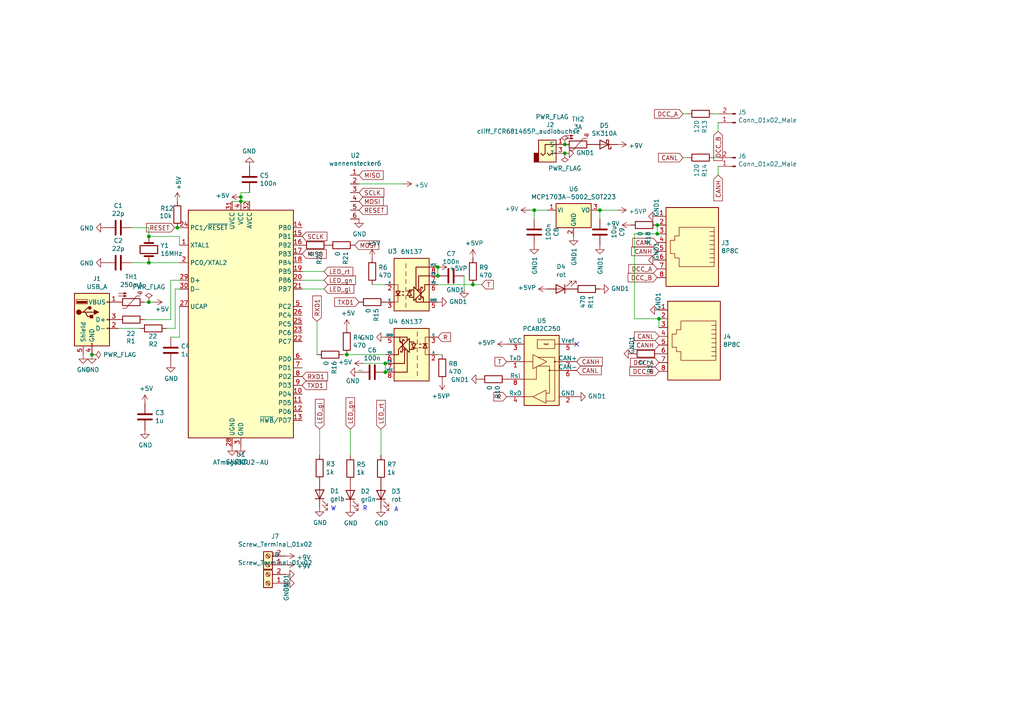
<source format=kicad_sch>
(kicad_sch (version 20211123) (generator eeschema)
  (paper "A4")
  (lib_symbols
    (symbol "Connector:Conn_01x02_Male" (pin_names (offset 1.016) hide)
      (property "Reference" "J" (at 0 2.54 0))
      (property "Value" "Conn_01x02_Male" (at 0 -5.08 0))
      (symbol "Conn_01x02_Male_1_1"
        (polyline (pts (xy 1.27 -2.54) (xy 0.8636 -2.54)) (stroke (width 0.1524)))
        (polyline (pts (xy 1.27 0) (xy 0.8636 0)) (stroke (width 0.1524)))
        (rectangle (start 0.8636 -2.413) (end 0 -2.667) (stroke (width 0.1524)) (fill (type outline)))
        (rectangle (start 0.8636 0.127) (end 0 -0.127) (stroke (width 0.1524)) (fill (type outline)))
        (pin passive line (at 5.08 0 180) (length 3.81) (name "Pin_1") (number "1"))
        (pin passive line (at 5.08 -2.54 180) (length 3.81) (name "Pin_2") (number "2"))
      )
    )
    (symbol "Connector:Screw_Terminal_01x02" (pin_names (offset 1.016) hide)
      (property "Reference" "J" (at 0 2.54 0))
      (property "Value" "Screw_Terminal_01x02" (at 0 -5.08 0))
      (symbol "Screw_Terminal_01x02_1_1"
        (rectangle (start -1.27 1.27) (end 1.27 -3.81) (stroke (width 0.254)) (fill (type background)))
        (circle (center 0 -2.54) (radius 0.635) (stroke (width 0.1524)))
        (polyline (pts (xy -0.5334 -2.2098) (xy 0.3302 -3.048)) (stroke (width 0.1524)))
        (polyline (pts (xy -0.5334 0.3302) (xy 0.3302 -0.508)) (stroke (width 0.1524)))
        (polyline (pts (xy -0.3556 -2.032) (xy 0.508 -2.8702)) (stroke (width 0.1524)))
        (polyline (pts (xy -0.3556 0.508) (xy 0.508 -0.3302)) (stroke (width 0.1524)))
        (circle (center 0 0) (radius 0.635) (stroke (width 0.1524)))
        (pin passive line (at -5.08 0 0) (length 3.81) (name "Pin_1") (number "1"))
        (pin passive line (at -5.08 -2.54 0) (length 3.81) (name "Pin_2") (number "2"))
      )
    )
    (symbol "Device:C" (pin_numbers hide) (pin_names (offset 0.254))
      (property "Reference" "C" (at 0.635 2.54 0))
      (property "Value" "C" (at 0.635 -2.54 0))
      (symbol "C_0_1"
        (polyline (pts (xy -2.032 -0.762) (xy 2.032 -0.762)) (stroke (width 0.508)))
        (polyline (pts (xy -2.032 0.762) (xy 2.032 0.762)) (stroke (width 0.508)))
      )
      (symbol "C_1_1"
        (pin passive line (at 0 3.81 270) (length 2.794) (name "~") (number "1"))
        (pin passive line (at 0 -3.81 90) (length 2.794) (name "~") (number "2"))
      )
    )
    (symbol "Device:Crystal" (pin_numbers hide) (pin_names (offset 1.016) hide)
      (property "Reference" "Y" (at 0 3.81 0))
      (property "Value" "Crystal" (at 0 -3.81 0))
      (symbol "Crystal_0_1"
        (rectangle (start -1.143 2.54) (end 1.143 -2.54) (stroke (width 0.3048)))
        (polyline (pts (xy -2.54 0) (xy -1.905 0)))
        (polyline (pts (xy -1.905 -1.27) (xy -1.905 1.27)) (stroke (width 0.508)))
        (polyline (pts (xy 1.905 -1.27) (xy 1.905 1.27)) (stroke (width 0.508)))
        (polyline (pts (xy 2.54 0) (xy 1.905 0)))
      )
      (symbol "Crystal_1_1"
        (pin passive line (at -3.81 0 0) (length 1.27) (name "1") (number "1"))
        (pin passive line (at 3.81 0 180) (length 1.27) (name "2") (number "2"))
      )
    )
    (symbol "Device:D_Schottky" (pin_numbers hide) (pin_names (offset 1.016) hide)
      (property "Reference" "D" (at 0 2.54 0))
      (property "Value" "D_Schottky" (at 0 -2.54 0))
      (symbol "D_Schottky_0_1"
        (polyline (pts (xy 1.27 0) (xy -1.27 0)))
        (polyline (pts (xy 1.27 1.27) (xy 1.27 -1.27) (xy -1.27 0) (xy 1.27 1.27)) (stroke (width 0.254)))
        (polyline (pts (xy -1.905 0.635) (xy -1.905 1.27) (xy -1.27 1.27) (xy -1.27 -1.27) (xy -0.635 -1.27) (xy -0.635 -0.635)) (stroke (width 0.254)))
      )
      (symbol "D_Schottky_1_1"
        (pin passive line (at -3.81 0 0) (length 2.54) (name "K") (number "1"))
        (pin passive line (at 3.81 0 180) (length 2.54) (name "A") (number "2"))
      )
    )
    (symbol "Device:LED" (pin_numbers hide) (pin_names (offset 1.016) hide)
      (property "Reference" "D" (at 0 2.54 0))
      (property "Value" "LED" (at 0 -2.54 0))
      (symbol "LED_0_1"
        (polyline (pts (xy -1.27 -1.27) (xy -1.27 1.27)) (stroke (width 0.254)))
        (polyline (pts (xy -1.27 0) (xy 1.27 0)))
        (polyline (pts (xy 1.27 -1.27) (xy 1.27 1.27) (xy -1.27 0) (xy 1.27 -1.27)) (stroke (width 0.254)))
        (polyline (pts (xy -3.048 -0.762) (xy -4.572 -2.286) (xy -3.81 -2.286) (xy -4.572 -2.286) (xy -4.572 -1.524)))
        (polyline (pts (xy -1.778 -0.762) (xy -3.302 -2.286) (xy -2.54 -2.286) (xy -3.302 -2.286) (xy -3.302 -1.524)))
      )
      (symbol "LED_1_1"
        (pin passive line (at -3.81 0 0) (length 2.54) (name "K") (number "1"))
        (pin passive line (at 3.81 0 180) (length 2.54) (name "A") (number "2"))
      )
    )
    (symbol "Device:R" (pin_numbers hide) (pin_names (offset 0))
      (property "Reference" "R" (at 2.032 0 90))
      (property "Value" "R" (at 0 0 90))
      (symbol "R_0_1"
        (rectangle (start -1.016 -2.54) (end 1.016 2.54) (stroke (width 0.254)))
      )
      (symbol "R_1_1"
        (pin passive line (at 0 3.81 270) (length 1.27) (name "~") (number "1"))
        (pin passive line (at 0 -3.81 90) (length 1.27) (name "~") (number "2"))
      )
    )
    (symbol "Device:Thermistor_PTC" (pin_numbers hide) (pin_names (offset 0))
      (property "Reference" "TH" (at -4.064 0 90))
      (property "Value" "Thermistor_PTC" (at 3.048 0 90))
      (symbol "Thermistor_PTC_0_1"
        (arc (start -3.048 2.159) (mid -3.0495 2.3143) (end -3.175 2.413))
        (arc (start -3.048 2.159) (mid -2.9736 1.9794) (end -2.794 1.905))
        (arc (start -3.048 2.794) (mid -2.9736 2.6144) (end -2.794 2.54))
        (arc (start -2.794 1.905) (mid -2.6144 1.9794) (end -2.54 2.159))
        (arc (start -2.794 2.54) (mid -2.4393 2.5587) (end -2.159 2.794))
        (arc (start -2.794 3.048) (mid -2.9736 2.9736) (end -3.048 2.794))
        (arc (start -2.54 2.794) (mid -2.6144 2.9736) (end -2.794 3.048))
        (rectangle (start -1.016 2.54) (end 1.016 -2.54) (stroke (width 0.254)))
        (polyline (pts (xy -2.54 2.159) (xy -2.54 2.794)))
        (polyline (pts (xy -1.778 2.54) (xy -1.778 1.524) (xy 1.778 -1.524) (xy 1.778 -2.54)))
        (polyline (pts (xy -2.54 -3.683) (xy -2.54 -1.397) (xy -2.794 -2.159) (xy -2.286 -2.159) (xy -2.54 -1.397) (xy -2.54 -1.651)) (fill (type outline)))
        (polyline (pts (xy -1.778 -3.683) (xy -1.778 -1.397) (xy -2.032 -2.159) (xy -1.524 -2.159) (xy -1.778 -1.397) (xy -1.778 -1.651)) (fill (type outline)))
      )
      (symbol "Thermistor_PTC_1_1"
        (pin passive line (at 0 3.81 270) (length 1.27) (name "~") (number "1"))
        (pin passive line (at 0 -3.81 90) (length 1.27) (name "~") (number "2"))
      )
    )
    (symbol "Interface_CAN_LIN:PCA82C251" (pin_names (offset 0))
      (property "Reference" "U" (at -5.08 13.97 0))
      (property "Value" "PCA82C251" (at -5.08 11.43 0))
      (symbol "PCA82C251_0_1"
        (rectangle (start -5.08 10.16) (end 5.08 -10.16) (stroke (width 0.254)) (fill (type background)))
        (polyline (pts (xy -2.54 -7.62) (xy -5.08 -7.62)))
        (polyline (pts (xy -2.54 2.54) (xy -5.08 2.54)))
        (polyline (pts (xy 2.286 0) (xy 5.08 0)))
        (polyline (pts (xy 3.81 2.54) (xy 5.08 2.54)))
        (polyline (pts (xy 3.81 7.62) (xy 5.08 7.62)))
        (polyline (pts (xy -5.08 -2.54) (xy -1.524 -2.54) (xy -1.524 1.016)))
        (polyline (pts (xy -2.54 -7.62) (xy 1.27 -5.715) (xy 1.27 -9.525) (xy -2.54 -7.62)))
        (polyline (pts (xy -2.54 4.572) (xy -2.54 0.508) (xy 1.524 2.54) (xy -2.54 4.572)))
        (polyline (pts (xy -1.016 1.27) (xy 2.286 1.27) (xy 2.286 -6.604) (xy 1.27 -6.604)))
        (polyline (pts (xy -1.016 3.81) (xy 3.81 3.81) (xy 3.81 -8.89) (xy 1.27 -8.89)))
        (polyline (pts (xy -1.27 8.89) (xy -1.27 6.35) (xy 3.81 6.35) (xy 3.81 8.89) (xy -1.27 8.89)))
        (circle (center 2.286 0) (radius 0.127) (stroke (width 0.254)))
        (circle (center 3.81 2.54) (radius 0.127) (stroke (width 0.254)))
        (text "Volt" (at 1.27 7.62 0) (effects (font (size 0.508 0.508) bold)))
      )
      (symbol "PCA82C251_1_1"
        (pin input line (at -10.16 2.54 0) (length 5.08) (name "TxD") (number "1"))
        (pin power_in line (at 10.16 -7.62 180) (length 5.08) (name "GND") (number "2"))
        (pin power_in line (at -10.16 7.62 0) (length 5.08) (name "VCC") (number "3"))
        (pin output line (at -10.16 -7.62 0) (length 5.08) (name "RxD") (number "4"))
        (pin output line (at 10.16 7.62 180) (length 5.08) (name "Vref") (number "5"))
        (pin bidirectional line (at 10.16 0 180) (length 5.08) (name "CAN-") (number "6"))
        (pin bidirectional line (at 10.16 2.54 180) (length 5.08) (name "CAN+") (number "7"))
        (pin input line (at -10.16 -2.54 0) (length 5.08) (name "Rsl") (number "8"))
      )
    )
    (symbol "Isolator:6N137" (pin_names (offset 0))
      (property "Reference" "U" (at -4.064 8.89 0))
      (property "Value" "6N137" (at 0 -8.89 0))
      (symbol "6N137_0_1"
        (polyline (pts (xy 2.667 -3.556) (xy 2.667 -1.651)) (stroke (width 0.254)))
        (polyline (pts (xy 2.667 -2.159) (xy 2.667 -2.921)) (stroke (width 0.254)))
        (polyline (pts (xy 3.429 -3.937) (xy 3.429 -5.08)) (stroke (width 0.254)))
        (polyline (pts (xy -0.635 -3.302) (xy -0.635 -3.683) (xy 0.635 -3.683)) (stroke (width 0.254)))
        (polyline (pts (xy -0.635 -1.905) (xy -0.635 -1.524) (xy 0.508 -1.524)) (stroke (width 0.254)))
        (polyline (pts (xy 1.27 -4.064) (xy 1.27 -5.08) (xy 5.08 -5.08)) (stroke (width 0.254)))
        (polyline (pts (xy 1.27 -1.27) (xy 1.27 5.08) (xy 5.08 5.08)) (stroke (width 0.254)))
        (polyline (pts (xy 2.032 -1.27) (xy 2.032 2.54) (xy 5.08 2.54)) (stroke (width 0.254)))
        (polyline (pts (xy -5.08 -5.08) (xy -3.937 -5.08) (xy -3.937 0) (xy -5.08 0)))
        (polyline (pts (xy 2.667 -3.302) (xy 2.667 -4.318) (xy 2.159 -4.318) (xy 2.159 -3.937)) (stroke (width 0.254)))
        (polyline (pts (xy 2.667 -2.667) (xy 0.635 -4.699) (xy 0.635 -0.635) (xy 2.667 -2.667)) (stroke (width 0.254)))
        (polyline (pts (xy 2.667 -1.778) (xy 2.667 -0.762) (xy 3.175 -0.762) (xy 3.175 -1.143)) (stroke (width 0.254)))
        (polyline (pts (xy 2.794 -2.54) (xy 3.81 -1.524) (xy 3.81 0) (xy 5.08 0)) (stroke (width 0.254)))
        (polyline (pts (xy 2.667 -3.175) (xy 3.429 -3.937) (xy 3.302 -3.556) (xy 3.048 -3.81) (xy 3.429 -3.937)) (stroke (width 0.254)))
        (circle (center 2.032 -1.524) (radius 0.254) (stroke (width 0.254)))
      )
      (symbol "6N137_1_1"
        (rectangle (start -5.08 7.62) (end 5.08 -7.62) (stroke (width 0.254)) (fill (type background)))
        (polyline (pts (xy -4.572 -3.175) (xy -3.302 -3.175)) (stroke (width 0.254)))
        (polyline (pts (xy -1.651 -5.334) (xy -1.651 -6.604)))
        (polyline (pts (xy -1.651 -3.048) (xy -1.651 -4.318)))
        (polyline (pts (xy -1.651 -0.762) (xy -1.651 -2.032)))
        (polyline (pts (xy -1.651 1.524) (xy -1.651 0.254)))
        (polyline (pts (xy -1.651 3.81) (xy -1.651 2.54)))
        (polyline (pts (xy -1.651 6.096) (xy -1.651 4.826)))
        (polyline (pts (xy -1.27 -1.905) (xy 0 -1.905)) (stroke (width 0.254)))
        (polyline (pts (xy -3.937 -3.175) (xy -4.572 -1.905) (xy -3.302 -1.905) (xy -3.937 -3.175)) (stroke (width 0.254)))
        (polyline (pts (xy -0.635 -1.905) (xy -1.27 -3.175) (xy 0 -3.175) (xy -0.635 -1.905)) (stroke (width 0.254)))
        (polyline (pts (xy -2.921 -3.048) (xy -2.159 -3.048) (xy -2.54 -3.175) (xy -2.54 -2.921) (xy -2.159 -3.048)) (stroke (width 0.127)))
        (polyline (pts (xy -2.921 -2.032) (xy -2.159 -2.032) (xy -2.54 -2.159) (xy -2.54 -1.905) (xy -2.159 -2.032)) (stroke (width 0.127)))
        (pin no_connect line (at -5.08 5.08 0) (length 2.54) hide (name "NC") (number "1"))
        (pin passive line (at -7.62 0 0) (length 2.54) (name "A") (number "2"))
        (pin passive line (at -7.62 -5.08 0) (length 2.54) (name "C") (number "3"))
        (pin power_in line (at 7.62 -5.08 180) (length 2.54) (name "GND") (number "5"))
        (pin open_collector line (at 7.62 0 180) (length 2.54) (name "VO") (number "6"))
        (pin input line (at 7.62 2.54 180) (length 2.54) (name "EN") (number "7"))
        (pin power_in line (at 7.62 5.08 180) (length 2.54) (name "VCC") (number "8"))
      )
    )
    (symbol "Regulator_Linear:MCP1703A-5002_SOT223" (pin_names (offset 0.254))
      (property "Reference" "U" (at -3.81 3.175 0))
      (property "Value" "MCP1703A-5002_SOT223" (at 0 3.175 0))
      (symbol "MCP1703A-5002_SOT223_0_1"
        (rectangle (start -5.08 -5.08) (end 5.08 1.905) (stroke (width 0.254)) (fill (type background)))
      )
      (symbol "MCP1703A-5002_SOT223_1_1"
        (pin power_in line (at -7.62 0 0) (length 2.54) (name "VI") (number "1"))
        (pin power_in line (at 0 -7.62 90) (length 2.54) (name "GND") (number "2"))
        (pin power_out line (at 7.62 0 180) (length 2.54) (name "VO") (number "3"))
      )
    )
    (symbol "power:+5V" (power) (pin_names (offset 0))
      (property "Value" "+5V" (at 0 3.556 0))
      (symbol "+5V_0_1"
        (polyline (pts (xy -0.762 1.27) (xy 0 2.54)))
        (polyline (pts (xy 0 0) (xy 0 2.54)))
        (polyline (pts (xy 0 2.54) (xy 0.762 1.27)))
      )
      (symbol "+5V_1_1"
        (pin power_in line (at 0 0 90) (length 0) hide (name "+5V") (number "1"))
      )
    )
    (symbol "power:+5VP" (power) (pin_names (offset 0))
      (property "Value" "+5VP" (at 0 3.556 0))
      (symbol "+5VP_0_1"
        (polyline (pts (xy -0.762 1.27) (xy 0 2.54)))
        (polyline (pts (xy 0 0) (xy 0 2.54)))
        (polyline (pts (xy 0 2.54) (xy 0.762 1.27)))
      )
      (symbol "+5VP_1_1"
        (pin power_in line (at 0 0 90) (length 0) hide (name "+5VP") (number "1"))
      )
    )
    (symbol "power:+9V" (power) (pin_names (offset 0))
      (property "Value" "+9V" (at 0 3.556 0))
      (symbol "+9V_0_1"
        (polyline (pts (xy -0.762 1.27) (xy 0 2.54)))
        (polyline (pts (xy 0 0) (xy 0 2.54)))
        (polyline (pts (xy 0 2.54) (xy 0.762 1.27)))
      )
      (symbol "+9V_1_1"
        (pin power_in line (at 0 0 90) (length 0) hide (name "+9V") (number "1"))
      )
    )
    (symbol "power:GND" (power) (pin_names (offset 0))
      (property "Value" "GND" (at 0 -3.81 0))
      (symbol "GND_0_1"
        (polyline (pts (xy 0 0) (xy 0 -1.27) (xy 1.27 -1.27) (xy 0 -2.54) (xy -1.27 -1.27) (xy 0 -1.27)))
      )
      (symbol "GND_1_1"
        (pin power_in line (at 0 0 270) (length 0) hide (name "GND") (number "1"))
      )
    )
    (symbol "power:GND1" (power) (pin_names (offset 0))
      (property "Value" "GND1" (at 0 -3.81 0))
      (symbol "GND1_0_1"
        (polyline (pts (xy 0 0) (xy 0 -1.27) (xy 1.27 -1.27) (xy 0 -2.54) (xy -1.27 -1.27) (xy 0 -1.27)))
      )
      (symbol "GND1_1_1"
        (pin power_in line (at 0 0 270) (length 0) hide (name "GND1") (number "1"))
      )
    )
    (symbol "power:PWR_FLAG" (power) (pin_numbers hide) (pin_names (offset 0) hide)
      (property "Value" "PWR_FLAG" (at 0 3.81 0))
      (symbol "PWR_FLAG_0_0"
        (pin power_out line (at 0 0 90) (length 0) (name "pwr") (number "1"))
      )
      (symbol "PWR_FLAG_0_1"
        (polyline (pts (xy 0 0) (xy 0 1.27) (xy -1.016 1.905) (xy 0 2.54) (xy 1.016 1.905) (xy 0 1.27)))
      )
    )
    (symbol "sboxnet2usb-rescue:ATmega32U2-AU-MCU_Microchip_ATmega"
      (property "Reference" "U" (at -15.24 34.29 0))
      (property "Value" "ATmega32U2-AU-MCU_Microchip_ATmega" (at 2.54 -34.29 0))
      (symbol "ATmega32U2-AU-MCU_Microchip_ATmega_0_1"
        (rectangle (start -15.24 -33.02) (end 15.24 33.02) (stroke (width 0.254)) (fill (type background)))
      )
      (symbol "ATmega32U2-AU-MCU_Microchip_ATmega_1_1"
        (pin input line (at -17.78 22.86 0) (length 2.54) (name "XTAL1") (number "1"))
        (pin bidirectional line (at 17.78 -20.32 180) (length 2.54) (name "PD4") (number "10"))
        (pin bidirectional line (at 17.78 -22.86 180) (length 2.54) (name "PD5") (number "11"))
        (pin bidirectional line (at 17.78 -25.4 180) (length 2.54) (name "PD6") (number "12"))
        (pin bidirectional line (at 17.78 -27.94 180) (length 2.54) (name "~{HWB}/PD7") (number "13"))
        (pin bidirectional line (at 17.78 27.94 180) (length 2.54) (name "PB0") (number "14"))
        (pin bidirectional line (at 17.78 25.4 180) (length 2.54) (name "PB1") (number "15"))
        (pin bidirectional line (at 17.78 22.86 180) (length 2.54) (name "PB2") (number "16"))
        (pin bidirectional line (at 17.78 20.32 180) (length 2.54) (name "PB3") (number "17"))
        (pin bidirectional line (at 17.78 17.78 180) (length 2.54) (name "PB4") (number "18"))
        (pin bidirectional line (at 17.78 15.24 180) (length 2.54) (name "PB5") (number "19"))
        (pin bidirectional line (at -17.78 17.78 0) (length 2.54) (name "PC0/XTAL2") (number "2"))
        (pin bidirectional line (at 17.78 12.7 180) (length 2.54) (name "PB6") (number "20"))
        (pin bidirectional line (at 17.78 10.16 180) (length 2.54) (name "PB7") (number "21"))
        (pin bidirectional line (at 17.78 -5.08 180) (length 2.54) (name "PC7") (number "22"))
        (pin bidirectional line (at 17.78 -2.54 180) (length 2.54) (name "PC6") (number "23"))
        (pin bidirectional line (at -17.78 27.94 0) (length 2.54) (name "PC1/~{RESET}") (number "24"))
        (pin bidirectional line (at 17.78 0 180) (length 2.54) (name "PC5") (number "25"))
        (pin bidirectional line (at 17.78 2.54 180) (length 2.54) (name "PC4") (number "26"))
        (pin passive line (at -17.78 5.08 0) (length 2.54) (name "UCAP") (number "27"))
        (pin power_in line (at -2.54 -35.56 90) (length 2.54) (name "UGND") (number "28"))
        (pin bidirectional line (at -17.78 12.7 0) (length 2.54) (name "D+") (number "29"))
        (pin power_in line (at 0 -35.56 90) (length 2.54) (name "GND") (number "3"))
        (pin bidirectional line (at -17.78 10.16 0) (length 2.54) (name "D-") (number "30"))
        (pin power_in line (at -2.54 35.56 270) (length 2.54) (name "UVCC") (number "31"))
        (pin power_in line (at 2.54 35.56 270) (length 2.54) (name "AVCC") (number "32"))
        (pin power_in line (at 0 35.56 270) (length 2.54) (name "VCC") (number "4"))
        (pin bidirectional line (at 17.78 5.08 180) (length 2.54) (name "PC2") (number "5"))
        (pin bidirectional line (at 17.78 -10.16 180) (length 2.54) (name "PD0") (number "6"))
        (pin bidirectional line (at 17.78 -12.7 180) (length 2.54) (name "PD1") (number "7"))
        (pin bidirectional line (at 17.78 -15.24 180) (length 2.54) (name "PD2") (number "8"))
        (pin bidirectional line (at 17.78 -17.78 180) (length 2.54) (name "PD3") (number "9"))
      )
    )
    (symbol "sboxnet2usb-rescue:USB_A-Connector" (pin_names (offset 1.016))
      (property "Reference" "J" (at -5.08 11.43 0))
      (property "Value" "USB_A-Connector" (at -5.08 8.89 0))
      (symbol "USB_A-Connector_0_1"
        (rectangle (start -5.08 -7.62) (end 5.08 7.62) (stroke (width 0.254)) (fill (type background)))
        (circle (center -3.81 2.159) (radius 0.635) (stroke (width 0.254)) (fill (type outline)))
        (rectangle (start -1.524 4.826) (end -4.318 5.334) (fill (type outline)))
        (rectangle (start -1.27 4.572) (end -4.572 5.842))
        (circle (center -0.635 3.429) (radius 0.381) (stroke (width 0.254)) (fill (type outline)))
        (rectangle (start -0.127 -7.62) (end 0.127 -6.858))
        (polyline (pts (xy -3.175 2.159) (xy -2.54 2.159) (xy -1.27 3.429) (xy -0.635 3.429)) (stroke (width 0.254)))
        (polyline (pts (xy -2.54 2.159) (xy -1.905 2.159) (xy -1.27 0.889) (xy 0 0.889)) (stroke (width 0.254)))
        (polyline (pts (xy 0.635 2.794) (xy 0.635 1.524) (xy 1.905 2.159) (xy 0.635 2.794)) (stroke (width 0.254)) (fill (type outline)))
        (rectangle (start 0.254 1.27) (end -0.508 0.508) (stroke (width 0.254)) (fill (type outline)))
        (rectangle (start 5.08 -2.667) (end 4.318 -2.413))
        (rectangle (start 5.08 -0.127) (end 4.318 0.127))
        (rectangle (start 5.08 4.953) (end 4.318 5.207))
      )
      (symbol "USB_A-Connector_1_1"
        (polyline (pts (xy -1.905 2.159) (xy 0.635 2.159)) (stroke (width 0.254)))
        (pin power_in line (at 7.62 5.08 180) (length 2.54) (name "VBUS") (number "1"))
        (pin passive line (at 7.62 -2.54 180) (length 2.54) (name "D-") (number "2"))
        (pin passive line (at 7.62 0 180) (length 2.54) (name "D+") (number "3"))
        (pin power_in line (at 0 -10.16 90) (length 2.54) (name "GND") (number "4"))
        (pin passive line (at -2.54 -10.16 90) (length 2.54) (name "Shield") (number "5"))
      )
    )
    (symbol "sboxnet:8P8C" (pin_names (offset 1.016))
      (property "Reference" "J" (at -5.08 13.97 0))
      (property "Value" "8P8C" (at 2.54 13.97 0))
      (symbol "8P8C_0_1"
        (polyline (pts (xy -5.08 4.445) (xy -6.35 4.445)))
        (polyline (pts (xy -5.08 5.715) (xy -6.35 5.715)))
        (polyline (pts (xy -6.35 -3.175) (xy -5.08 -3.175) (xy -5.08 -3.175)))
        (polyline (pts (xy -6.35 -1.905) (xy -5.08 -1.905) (xy -5.08 -1.905)))
        (polyline (pts (xy -6.35 -0.635) (xy -5.08 -0.635) (xy -5.08 -0.635)))
        (polyline (pts (xy -6.35 0.635) (xy -5.08 0.635) (xy -5.08 0.635)))
        (polyline (pts (xy -6.35 1.905) (xy -5.08 1.905) (xy -5.08 1.905)))
        (polyline (pts (xy -5.08 3.175) (xy -6.35 3.175) (xy -6.35 3.175)))
        (polyline (pts (xy -6.35 -4.445) (xy -6.35 6.985) (xy 3.81 6.985) (xy 3.81 4.445) (xy 5.08 4.445) (xy 5.08 3.175) (xy 6.35 3.175) (xy 6.35 -0.635) (xy 5.08 -0.635) (xy 5.08 -1.905) (xy 3.81 -1.905) (xy 3.81 -4.445) (xy -6.35 -4.445) (xy -6.35 -4.445)))
        (rectangle (start 7.62 12.7) (end -7.62 -10.16) (stroke (width 0.254)) (fill (type background)))
      )
      (symbol "8P8C_1_1"
        (pin passive line (at 10.16 -7.62 180) (length 2.54) (name "~") (number "1"))
        (pin passive line (at 10.16 -5.08 180) (length 2.54) (name "~") (number "2"))
        (pin passive line (at 10.16 -2.54 180) (length 2.54) (name "~") (number "3"))
        (pin passive line (at 10.16 0 180) (length 2.54) (name "~") (number "4"))
        (pin passive line (at 10.16 2.54 180) (length 2.54) (name "~") (number "5"))
        (pin passive line (at 10.16 5.08 180) (length 2.54) (name "~") (number "6"))
        (pin passive line (at 10.16 7.62 180) (length 2.54) (name "~") (number "7"))
        (pin passive line (at 10.16 10.16 180) (length 2.54) (name "~") (number "8"))
      )
    )
    (symbol "sboxnet:cliff_FCR681465P_audiobuchse"
      (property "Reference" "J" (at 0 8.89 0))
      (property "Value" "cliff_FCR681465P_audiobuchse" (at 0 6.35 0))
      (symbol "cliff_FCR681465P_audiobuchse_0_1"
        (rectangle (start -3.81 0) (end -2.54 -2.54) (stroke (width 0.254)) (fill (type outline)))
        (rectangle (start -2.54 3.81) (end 2.54 -2.54) (stroke (width 0.254)) (fill (type background)))
        (polyline (pts (xy 0 0) (xy 0.635 -0.635) (xy 1.27 0) (xy 2.54 0)) (stroke (width 0.254)))
        (polyline (pts (xy 2.54 2.54) (xy -0.635 2.54) (xy -0.635 0) (xy -1.27 -0.635) (xy -1.905 0)) (stroke (width 0.254)))
      )
      (symbol "cliff_FCR681465P_audiobuchse_1_1"
        (pin passive line (at 5.08 2.54 180) (length 2.54) (name "S") (number "1"))
        (pin passive line (at 5.08 0 180) (length 2.54) (name "T") (number "3"))
      )
    )
    (symbol "sboxnet:wannenstecker6" (pin_names (offset 1.016))
      (property "Reference" "U" (at 0 0 0))
      (property "Value" "wannenstecker6" (at 0 -1.27 0))
      (symbol "wannenstecker6_1_1"
        (pin bidirectional line (at 0 -3.81 180) (length 2.54) (name "~") (number "1"))
        (pin bidirectional line (at 0 -6.35 180) (length 2.54) (name "~") (number "2"))
        (pin bidirectional line (at 0 -8.89 180) (length 2.54) (name "~") (number "3"))
        (pin bidirectional line (at 0 -11.43 180) (length 2.54) (name "~") (number "4"))
        (pin bidirectional line (at 0 -13.97 180) (length 2.54) (name "~") (number "5"))
        (pin bidirectional line (at 0 -16.51 180) (length 2.54) (name "~") (number "6"))
      )
    )
  )
  (junction (at 127 80.01))
  (junction (at 26.67 102.87))
  (junction (at 43.18 87.63))
  (junction (at 163.83 41.91))
  (junction (at 190.627 65.278))
  (junction (at 163.83 44.45))
  (junction (at 69.85 58.42))
  (junction (at 43.18 76.2))
  (junction (at 127 77.47))
  (junction (at 137.16 82.55))
  (junction (at 51.435 66.04))
  (junction (at 190.627 67.818))
  (junction (at 69.85 57.15))
  (junction (at 111.76 107.95))
  (junction (at 111.76 105.41))
  (junction (at 43.18 68.58))
  (junction (at 191.135 92.456))
  (junction (at 154.94 60.96))
  (junction (at 173.99 60.96))
  (junction (at 100.584 102.87))
  (no_connect (at 167.259 99.822))
  (wire (pts (xy 50.673 66.04) (xy 51.435 66.04)))
  (wire (pts (xy 38.1 66.04) (xy 43.18 66.04)))
  (wire (pts (xy 43.18 87.63) (xy 44.45 87.63)))
  (wire (pts (xy 208.28 48.26) (xy 208.28 50.8)))
  (wire (pts (xy 154.94 60.96) (xy 158.75 60.96)))
  (wire (pts (xy 190.627 67.818) (xy 184.023 67.818)))
  (wire (pts (xy 153.67 60.96) (xy 154.94 60.96)))
  (wire (pts (xy 134.62 80.01) (xy 134.62 83.82)))
  (wire (pts (xy 49.53 81.28) (xy 52.07 81.28)))
  (wire (pts (xy 41.91 92.71) (xy 49.53 92.71)))
  (wire (pts (xy 110.49 132.08) (xy 110.49 124.46)))
  (wire (pts (xy 87.63 83.82) (xy 93.98 83.82)))
  (wire (pts (xy 198.12 45.72) (xy 199.39 45.72)))
  (wire (pts (xy 69.85 55.88) (xy 72.39 55.88)))
  (wire (pts (xy 184.023 67.818) (xy 184.023 92.456)))
  (wire (pts (xy 207.01 33.02) (xy 208.28 33.02)))
  (wire (pts (xy 51.435 66.04) (xy 52.07 66.04)))
  (wire (pts (xy 101.6 132.08) (xy 101.6 124.46)))
  (wire (pts (xy 49.53 92.71) (xy 49.53 81.28)))
  (wire (pts (xy 137.16 82.55) (xy 139.7 82.55)))
  (wire (pts (xy 100.584 102.87) (xy 99.568 102.87)))
  (wire (pts (xy 50.8 83.82) (xy 52.07 83.82)))
  (wire (pts (xy 105.156 107.442) (xy 103.886 107.442)))
  (wire (pts (xy 52.07 68.58) (xy 52.07 71.12)))
  (wire (pts (xy 34.29 95.25) (xy 40.64 95.25)))
  (wire (pts (xy 91.948 93.218) (xy 91.948 102.87)))
  (wire (pts (xy 198.12 33.02) (xy 199.39 33.02)))
  (wire (pts (xy 67.31 58.42) (xy 69.85 58.42)))
  (wire (pts (xy 208.28 35.56) (xy 208.28 38.1)))
  (wire (pts (xy 173.99 60.96) (xy 179.07 60.96)))
  (wire (pts (xy 111.76 107.95) (xy 111.76 105.41)))
  (wire (pts (xy 107.95 82.55) (xy 111.76 82.55)))
  (wire (pts (xy 43.18 76.2) (xy 38.1 76.2)))
  (wire (pts (xy 207.01 45.72) (xy 208.28 45.72)))
  (wire (pts (xy 190.627 67.818) (xy 190.627 65.278)))
  (wire (pts (xy 105.41 105.41) (xy 111.76 105.41)))
  (wire (pts (xy 41.91 87.63) (xy 43.18 87.63)))
  (wire (pts (xy 111.76 102.87) (xy 100.584 102.87)))
  (wire (pts (xy 104.14 53.34) (xy 116.84 53.34)))
  (wire (pts (xy 173.99 63.5) (xy 173.99 60.96)))
  (wire (pts (xy 127 82.55) (xy 137.16 82.55)))
  (wire (pts (xy 87.63 81.28) (xy 93.98 81.28)))
  (wire (pts (xy 184.023 92.456) (xy 191.135 92.456)))
  (wire (pts (xy 49.53 97.79) (xy 52.07 97.79)))
  (wire (pts (xy 127 102.87) (xy 128.27 102.87)))
  (wire (pts (xy 69.85 58.42) (xy 72.39 58.42)))
  (wire (pts (xy 154.94 63.5) (xy 154.94 60.96)))
  (wire (pts (xy 48.26 95.25) (xy 50.8 95.25)))
  (wire (pts (xy 43.18 66.04) (xy 43.18 68.58)))
  (wire (pts (xy 127 80.01) (xy 127 77.47)))
  (wire (pts (xy 52.07 97.79) (xy 52.07 88.9)))
  (wire (pts (xy 87.63 78.74) (xy 93.98 78.74)))
  (wire (pts (xy 43.18 68.58) (xy 52.07 68.58)))
  (wire (pts (xy 43.18 76.2) (xy 52.07 76.2)))
  (wire (pts (xy 92.71 124.46) (xy 92.71 131.953)))
  (wire (pts (xy 69.85 57.15) (xy 69.85 55.88)))
  (wire (pts (xy 191.135 92.456) (xy 191.135 94.996)))
  (wire (pts (xy 50.8 95.25) (xy 50.8 83.82)))
  (wire (pts (xy 69.85 58.42) (xy 69.85 57.15)))
  (text "W" (at 95.885 148.336 0) (effects (font (size 1.27 1.27)) (justify left bottom)))
  (text "A" (at 114.3 148.59 0) (effects (font (size 1.27 1.27)) (justify left bottom)))
  (text "R" (at 105.156 148.336 0) (effects (font (size 1.27 1.27)) (justify left bottom)))
  (global_label "TXD1" (shape input) (at 104.14 87.63 180) (property "Referenzen zwischen Schaltplänen" "${INTERSHEET_REFS}" (effects hide)))
  (global_label "DCC_B" (shape input) (at 191.135 107.696 180) (property "Referenzen zwischen Schaltplänen" "${INTERSHEET_REFS}" (effects hide)))
  (global_label "CANL" (shape input) (at 167.259 107.442 0) (property "Referenzen zwischen Schaltplänen" "${INTERSHEET_REFS}" (effects hide)))
  (global_label "T" (shape input) (at 139.7 82.55 0) (property "Referenzen zwischen Schaltplänen" "${INTERSHEET_REFS}" (effects hide)))
  (global_label "LED_rt" (shape input) (at 93.98 78.74 0) (property "Referenzen zwischen Schaltplänen" "${INTERSHEET_REFS}" (effects hide)))
  (global_label "MOSI" (shape input) (at 102.87 71.12 0) (property "Referenzen zwischen Schaltplänen" "${INTERSHEET_REFS}" (effects hide)))
  (global_label "CANH" (shape input) (at 208.28 50.8 270) (property "Referenzen zwischen Schaltplänen" "${INTERSHEET_REFS}" (effects hide)))
  (global_label "CANL" (shape input) (at 191.135 97.536 180) (property "Referenzen zwischen Schaltplänen" "${INTERSHEET_REFS}" (effects hide)))
  (global_label "R" (shape input) (at 146.939 115.062 180) (property "Referenzen zwischen Schaltplänen" "${INTERSHEET_REFS}" (effects hide)))
  (global_label "DCC_A" (shape input) (at 190.627 77.978 180) (property "Referenzen zwischen Schaltplänen" "${INTERSHEET_REFS}" (effects hide)))
  (global_label "SCLK" (shape input) (at 87.63 68.58 0) (property "Referenzen zwischen Schaltplänen" "${INTERSHEET_REFS}" (effects hide)))
  (global_label "LED_gn" (shape input) (at 93.98 81.28 0) (property "Referenzen zwischen Schaltplänen" "${INTERSHEET_REFS}" (effects hide)))
  (global_label "R" (shape input) (at 127 97.79 0) (property "Referenzen zwischen Schaltplänen" "${INTERSHEET_REFS}" (effects hide)))
  (global_label "MISO" (shape input) (at 87.63 73.66 0) (property "Referenzen zwischen Schaltplänen" "${INTERSHEET_REFS}" (effects hide)))
  (global_label "MOSI" (shape input) (at 104.14 58.42 0) (property "Referenzen zwischen Schaltplänen" "${INTERSHEET_REFS}" (effects hide)))
  (global_label "DCC_A" (shape input) (at 198.12 33.02 180) (property "Referenzen zwischen Schaltplänen" "${INTERSHEET_REFS}" (effects hide)))
  (global_label "T" (shape input) (at 146.939 104.902 180) (property "Referenzen zwischen Schaltplänen" "${INTERSHEET_REFS}" (effects hide)))
  (global_label "CANH" (shape input) (at 167.259 104.902 0) (property "Referenzen zwischen Schaltplänen" "${INTERSHEET_REFS}" (effects hide)))
  (global_label "RXD1" (shape input) (at 87.63 109.22 0) (property "Referenzen zwischen Schaltplänen" "${INTERSHEET_REFS}" (effects hide)))
  (global_label "CANL" (shape input) (at 190.627 70.358 180) (property "Referenzen zwischen Schaltplänen" "${INTERSHEET_REFS}" (effects hide)))
  (global_label "TXD1" (shape input) (at 87.63 111.76 0) (property "Referenzen zwischen Schaltplänen" "${INTERSHEET_REFS}" (effects hide)))
  (global_label "CANH" (shape input) (at 190.627 72.898 180) (property "Referenzen zwischen Schaltplänen" "${INTERSHEET_REFS}" (effects hide)))
  (global_label "RXD1" (shape input) (at 91.948 93.218 90) (property "Referenzen zwischen Schaltplänen" "${INTERSHEET_REFS}" (effects hide)))
  (global_label "DCC_B" (shape input) (at 208.28 38.1 270) (property "Referenzen zwischen Schaltplänen" "${INTERSHEET_REFS}" (effects hide)))
  (global_label "RESET" (shape input) (at 104.14 60.96 0) (property "Referenzen zwischen Schaltplänen" "${INTERSHEET_REFS}" (effects hide)))
  (global_label "MISO" (shape input) (at 104.14 50.8 0) (property "Referenzen zwischen Schaltplänen" "${INTERSHEET_REFS}" (effects hide)))
  (global_label "LED_gl" (shape input) (at 92.71 124.46 90) (property "Referenzen zwischen Schaltplänen" "${INTERSHEET_REFS}" (effects hide)))
  (global_label "SCLK" (shape input) (at 104.14 55.88 0) (property "Referenzen zwischen Schaltplänen" "${INTERSHEET_REFS}" (effects hide)))
  (global_label "CANH" (shape input) (at 191.135 100.076 180) (property "Referenzen zwischen Schaltplänen" "${INTERSHEET_REFS}" (effects hide)))
  (global_label "LED_rt" (shape input) (at 110.49 124.46 90) (property "Referenzen zwischen Schaltplänen" "${INTERSHEET_REFS}" (effects hide)))
  (global_label "LED_gl" (shape input) (at 93.98 83.82 0) (property "Referenzen zwischen Schaltplänen" "${INTERSHEET_REFS}" (effects hide)))
  (global_label "DCC_B" (shape input) (at 190.627 80.518 180) (property "Referenzen zwischen Schaltplänen" "${INTERSHEET_REFS}" (effects hide)))
  (global_label "LED_gn" (shape input) (at 101.6 124.46 90) (property "Referenzen zwischen Schaltplänen" "${INTERSHEET_REFS}" (effects hide)))
  (global_label "DCC_A" (shape input) (at 191.135 105.156 180) (property "Referenzen zwischen Schaltplänen" "${INTERSHEET_REFS}" (effects hide)))
  (global_label "CANL" (shape input) (at 198.12 45.72 180) (property "Referenzen zwischen Schaltplänen" "${INTERSHEET_REFS}" (effects hide)))
  (global_label "RESET" (shape input) (at 50.673 66.04 180) (property "Referenzen zwischen Schaltplänen" "${INTERSHEET_REFS}" (effects hide)))
  (symbol (lib_id "sboxnet2usb-rescue:ATmega32U2-AU-MCU_Microchip_ATmega") (at 69.85 93.98 0) (unit 1)
    (property "Reference" "U1" (at 69.85 131.8006 0))
    (property "Value" "ATmega32U2-AU" (at 69.85 134.112 0))
    (property "Footprint" "Package_QFP:TQFP-32_7x7mm_P0.8mm" (effects hide))
    (property "Datasheet" "http://ww1.microchip.com/downloads/en/DeviceDoc/doc7799.pdf" (effects hide))
  )
  (symbol (lib_id "power:GND") (at 69.85 129.54 0) (unit 1)
    (property "Reference" "#PWR010" (effects hide))
    (property "Value" "GND" (at 69.977 133.9342 0))
  )
  (symbol (lib_id "power:+5V") (at 69.85 57.15 90) (unit 1)
    (property "Reference" "#PWR09" (effects hide))
    (property "Value" "+5V" (at 66.5988 56.769 90) (effects (justify left)))
  )
  (symbol (lib_id "Device:Crystal") (at 43.18 72.39 270) (unit 1)
    (property "Reference" "Y1" (at 46.5074 71.2216 90) (effects (justify left)))
    (property "Value" "16MHz" (at 46.5074 73.533 90) (effects (justify left)))
    (property "Footprint" "Crystal:Crystal_HC49-U_Vertical" (effects hide))
  )
  (symbol (lib_id "power:GND") (at 30.48 76.2 270) (unit 1)
    (property "Reference" "#PWR03" (effects hide))
    (property "Value" "GND" (at 27.2288 76.327 90) (effects (justify right)))
  )
  (symbol (lib_id "power:GND") (at 30.48 66.04 270) (unit 1)
    (property "Reference" "#PWR02" (effects hide))
    (property "Value" "GND" (at 27.2288 66.167 90) (effects (justify right)))
  )
  (symbol (lib_id "sboxnet:wannenstecker6") (at 104.14 46.99 0) (unit 1)
    (property "Reference" "U2" (at 103.0478 45.085 0))
    (property "Value" "wannenstecker6" (at 103.0478 47.3964 0))
    (property "Footprint" "sboxnet:wannenstecker_gerade_6pin" (effects hide))
  )
  (symbol (lib_id "power:GND") (at 104.14 63.5 0) (unit 1)
    (property "Reference" "#PWR016" (effects hide))
    (property "Value" "GND" (at 104.267 67.8942 0))
  )
  (symbol (lib_id "power:+5V") (at 116.84 53.34 270) (unit 1)
    (property "Reference" "#PWR015" (effects hide))
    (property "Value" "+5V" (at 120.0912 53.721 90) (effects (justify left)))
  )
  (symbol (lib_id "Device:R") (at 92.71 135.763 0) (unit 1)
    (property "Reference" "R3" (at 94.488 134.5946 0) (effects (justify left)))
    (property "Value" "1k" (at 94.488 136.906 0) (effects (justify left)))
    (property "Footprint" "Resistor_SMD:R_1206_3216Metric" (effects hide))
  )
  (symbol (lib_id "Device:LED") (at 92.71 143.383 90) (unit 1)
    (property "Reference" "D1" (at 95.7072 142.3924 90) (effects (justify right)))
    (property "Value" "gelb" (at 95.7072 144.7038 90) (effects (justify right)))
    (property "Footprint" "Diode_THT:D_A-405_P2.54mm_Vertical_AnodeUp" (effects hide))
  )
  (symbol (lib_id "power:GND") (at 92.71 147.193 0) (unit 1)
    (property "Reference" "#PWR012" (effects hide))
    (property "Value" "GND" (at 92.837 151.5872 0))
  )
  (symbol (lib_id "Device:R") (at 101.6 135.89 0) (unit 1)
    (property "Reference" "R5" (at 103.378 134.7216 0) (effects (justify left)))
    (property "Value" "1k" (at 103.378 137.033 0) (effects (justify left)))
    (property "Footprint" "Resistor_SMD:R_1206_3216Metric" (effects hide))
  )
  (symbol (lib_id "Device:LED") (at 101.6 143.51 90) (unit 1)
    (property "Reference" "D2" (at 104.5972 142.5194 90) (effects (justify right)))
    (property "Value" "grün" (at 104.5972 144.8308 90) (effects (justify right)))
    (property "Footprint" "Diode_THT:D_A-405_P2.54mm_Vertical_AnodeUp" (effects hide))
  )
  (symbol (lib_id "power:GND") (at 101.6 147.32 0) (unit 1)
    (property "Reference" "#PWR014" (effects hide))
    (property "Value" "GND" (at 101.727 151.7142 0))
  )
  (symbol (lib_id "Device:R") (at 110.49 135.89 0) (unit 1)
    (property "Reference" "R7" (at 112.268 134.7216 0) (effects (justify left)))
    (property "Value" "1k" (at 112.268 137.033 0) (effects (justify left)))
    (property "Footprint" "Resistor_SMD:R_1206_3216Metric" (effects hide))
  )
  (symbol (lib_id "Device:LED") (at 110.49 143.51 90) (unit 1)
    (property "Reference" "D3" (at 113.4872 142.5194 90) (effects (justify right)))
    (property "Value" "rot" (at 113.4872 144.8308 90) (effects (justify right)))
    (property "Footprint" "Diode_THT:D_A-405_P2.54mm_Vertical_AnodeUp" (effects hide))
  )
  (symbol (lib_id "power:GND") (at 110.49 147.32 0) (unit 1)
    (property "Reference" "#PWR020" (effects hide))
    (property "Value" "GND" (at 110.617 151.7142 0))
  )
  (symbol (lib_id "sboxnet2usb-rescue:USB_A-Connector") (at 26.67 92.71 0) (unit 1)
    (property "Reference" "J1" (at 28.1178 80.8482 0))
    (property "Value" "USB_A" (at 28.1178 83.1596 0))
    (property "Footprint" "Connector_USB:USB_A_Molex_67643_Horizontal" (effects hide))
    (property "Datasheet" " ~" (effects hide))
  )
  (symbol (lib_id "power:GND") (at 26.67 102.87 0) (unit 1)
    (property "Reference" "#PWR01" (effects hide))
    (property "Value" "GND" (at 26.797 107.2642 0))
  )
  (symbol (lib_id "Device:R") (at 203.2 45.72 270) (unit 1)
    (property "Reference" "R14" (at 204.3684 47.498 0) (effects (justify left)))
    (property "Value" "120" (at 202.057 47.498 0) (effects (justify left)))
    (property "Footprint" "Resistor_SMD:R_1206_3216Metric" (effects hide))
  )
  (symbol (lib_id "power:+5V") (at 44.45 87.63 270) (unit 1)
    (property "Reference" "#PWR06" (effects hide))
    (property "Value" "+5V" (at 44.958 89.662 90) (effects (justify left)))
  )
  (symbol (lib_id "Connector:Conn_01x02_Male") (at 213.36 48.26 180) (unit 1)
    (property "Reference" "J6" (at 214.0712 45.2628 0) (effects (justify right)))
    (property "Value" "Conn_01x02_Male" (at 214.0712 47.5742 0) (effects (justify right)))
    (property "Footprint" "Connector_PinHeader_2.54mm:PinHeader_1x02_P2.54mm_Vertical" (effects hide))
  )
  (symbol (lib_id "Device:Thermistor_PTC") (at 38.1 87.63 270) (unit 1)
    (property "Reference" "TH1" (at 38.1 80.264 90))
    (property "Value" "250mA" (at 38.1 82.5754 90))
    (property "Footprint" "Resistor_SMD:R_1206_3216Metric" (effects hide))
  )
  (symbol (lib_id "sboxnet:8P8C") (at 200.787 70.358 180) (unit 1)
    (property "Reference" "J3" (at 209.169 70.4596 0) (effects (justify right)))
    (property "Value" "8P8C" (at 209.169 72.771 0) (effects (justify right)))
    (property "Footprint" "sboxnet:8p8c-mebp" (effects hide))
  )
  (symbol (lib_id "sboxnet:8P8C") (at 201.295 97.536 180) (unit 1)
    (property "Reference" "J4" (at 209.677 97.6376 0) (effects (justify right)))
    (property "Value" "8P8C" (at 209.677 99.949 0) (effects (justify right)))
    (property "Footprint" "sboxnet:8p8c-mebp" (effects hide))
  )
  (symbol (lib_id "Device:R") (at 38.1 92.71 270) (unit 1)
    (property "Reference" "R1" (at 37.973 98.933 90))
    (property "Value" "22" (at 37.973 96.774 90))
    (property "Footprint" "Resistor_SMD:R_1206_3216Metric" (effects hide))
  )
  (symbol (lib_id "Device:R") (at 203.2 33.02 270) (unit 1)
    (property "Reference" "R13" (at 204.3684 34.798 0) (effects (justify left)))
    (property "Value" "120" (at 202.057 34.798 0) (effects (justify left)))
    (property "Footprint" "Resistor_SMD:R_1206_3216Metric" (effects hide))
  )
  (symbol (lib_id "Connector:Conn_01x02_Male") (at 213.36 35.56 180) (unit 1)
    (property "Reference" "J5" (at 214.0712 32.5628 0) (effects (justify right)))
    (property "Value" "Conn_01x02_Male" (at 214.0712 34.8742 0) (effects (justify right)))
    (property "Footprint" "Connector_PinHeader_2.54mm:PinHeader_1x02_P2.54mm_Vertical" (effects hide))
  )
  (symbol (lib_id "Device:R") (at 44.45 95.25 270) (unit 1)
    (property "Reference" "R2" (at 44.45 99.822 90))
    (property "Value" "22" (at 44.323 97.536 90))
    (property "Footprint" "Resistor_SMD:R_1206_3216Metric" (effects hide))
  )
  (symbol (lib_id "Device:C") (at 42.037 120.904 0) (unit 1)
    (property "Reference" "C3" (at 44.958 119.7356 0) (effects (justify left)))
    (property "Value" "1u" (at 44.958 122.047 0) (effects (justify left)))
    (property "Footprint" "Capacitor_SMD:C_1206_3216Metric" (effects hide))
  )
  (symbol (lib_id "power:+5V") (at 42.037 117.094 0) (unit 1)
    (property "Reference" "#PWR04" (effects hide))
    (property "Value" "+5V" (at 42.418 112.6998 0))
  )
  (symbol (lib_id "power:GND") (at 42.037 124.714 0) (unit 1)
    (property "Reference" "#PWR05" (effects hide))
    (property "Value" "GND" (at 42.164 129.1082 0))
  )
  (symbol (lib_id "Device:C") (at 49.53 101.6 0) (unit 1)
    (property "Reference" "C4" (at 52.451 100.4316 0) (effects (justify left)))
    (property "Value" "1u" (at 52.451 102.743 0) (effects (justify left)))
    (property "Footprint" "Capacitor_SMD:C_1206_3216Metric" (effects hide))
  )
  (symbol (lib_id "power:GND") (at 49.53 105.41 0) (unit 1)
    (property "Reference" "#PWR07" (effects hide))
    (property "Value" "GND" (at 49.657 109.8042 0))
  )
  (symbol (lib_id "power:GND") (at 67.31 129.54 0) (unit 1)
    (property "Reference" "#PWR08" (effects hide))
    (property "Value" "GND" (at 67.437 133.9342 0))
  )
  (symbol (lib_id "Device:C") (at 72.39 52.07 0) (unit 1)
    (property "Reference" "C5" (at 75.311 50.9016 0) (effects (justify left)))
    (property "Value" "100n" (at 75.311 53.213 0) (effects (justify left)))
    (property "Footprint" "Capacitor_SMD:C_1206_3216Metric" (effects hide))
  )
  (symbol (lib_id "power:GND") (at 72.39 48.26 180) (unit 1)
    (property "Reference" "#PWR011" (effects hide))
    (property "Value" "GND" (at 72.263 43.8658 0))
  )
  (symbol (lib_id "Isolator:6N137") (at 119.38 102.87 180) (unit 1)
    (property "Reference" "U4" (at 114.046 93.218 0))
    (property "Value" "6N137" (at 119.38 93.3196 0))
    (property "Footprint" "Package_DIP:DIP-8_W7.62mm" (effects hide))
    (property "Datasheet" "https://docs.broadcom.com/docs/AV02-0940EN" (effects hide))
  )
  (symbol (lib_id "power:+5V") (at 105.41 105.41 90) (unit 1)
    (property "Reference" "#PWR018" (effects hide))
    (property "Value" "+5V" (at 102.1588 105.029 90) (effects (justify left)))
  )
  (symbol (lib_id "power:GND") (at 111.76 97.79 270) (unit 1)
    (property "Reference" "#PWR021" (effects hide))
    (property "Value" "GND" (at 108.5088 97.917 90) (effects (justify right)))
  )
  (symbol (lib_id "Device:C") (at 107.95 107.95 270) (unit 1)
    (property "Reference" "C6" (at 107.95 101.5492 90))
    (property "Value" "100n" (at 107.95 103.8606 90))
    (property "Footprint" "Capacitor_SMD:C_1206_3216Metric" (effects hide))
  )
  (symbol (lib_id "power:GND") (at 104.14 107.95 270) (unit 1)
    (property "Reference" "#PWR017" (effects hide))
    (property "Value" "GND" (at 104.394 110.49 90) (effects (justify right)))
  )
  (symbol (lib_id "Interface_CAN_LIN:PCA82C251") (at 157.099 107.442 0) (unit 1)
    (property "Reference" "U5" (at 157.099 93.0402 0))
    (property "Value" "PCA82C250" (at 157.099 95.3516 0))
    (property "Footprint" "Package_SO:SOIC-8_3.9x4.9mm_P1.27mm" (effects hide))
    (property "Datasheet" "http://www.nxp.com/documents/data_sheet/PCA82C251.pdf" (effects hide))
  )
  (symbol (lib_id "power:GND1") (at 167.259 115.062 90) (unit 1)
    (property "Reference" "#PWR034" (effects hide))
    (property "Value" "GND1" (at 170.5102 114.935 90) (effects (justify right)))
  )
  (symbol (lib_id "Device:R") (at 100.584 99.06 0) (unit 1)
    (property "Reference" "R4" (at 102.362 97.8916 0) (effects (justify left)))
    (property "Value" "470" (at 102.362 100.203 0) (effects (justify left)))
    (property "Footprint" "Resistor_SMD:R_1206_3216Metric" (effects hide))
  )
  (symbol (lib_id "power:+5V") (at 100.584 95.25 0) (unit 1)
    (property "Reference" "#PWR013" (effects hide))
    (property "Value" "+5V" (at 100.965 90.8558 0))
  )
  (symbol (lib_id "Device:R") (at 137.16 78.74 0) (unit 1)
    (property "Reference" "R9" (at 138.938 77.5716 0) (effects (justify left)))
    (property "Value" "470" (at 138.938 79.883 0) (effects (justify left)))
    (property "Footprint" "Resistor_SMD:R_1206_3216Metric" (effects hide))
  )
  (symbol (lib_id "Isolator:6N137") (at 119.38 82.55 0) (unit 1)
    (property "Reference" "U3" (at 113.792 72.898 0))
    (property "Value" "6N137" (at 119.38 72.9996 0))
    (property "Footprint" "Package_DIP:DIP-8_W7.62mm" (effects hide))
    (property "Datasheet" "https://docs.broadcom.com/docs/AV02-0940EN" (effects hide))
  )
  (symbol (lib_id "power:+5VP") (at 137.16 74.93 0) (unit 1)
    (property "Reference" "#PWR026" (effects hide))
    (property "Value" "+5VP" (at 137.541 70.5358 0))
  )
  (symbol (lib_id "Device:R") (at 107.95 87.63 270) (unit 1)
    (property "Reference" "R15" (at 109.1184 89.408 0) (effects (justify left)))
    (property "Value" "0" (at 106.807 89.408 0) (effects (justify left)))
    (property "Footprint" "Resistor_SMD:R_1206_3216Metric" (effects hide))
  )
  (symbol (lib_id "power:+5VP") (at 146.939 99.822 90) (unit 1)
    (property "Reference" "#PWR028" (effects hide))
    (property "Value" "+5VP" (at 143.6878 99.441 90) (effects (justify left)))
  )
  (symbol (lib_id "Device:R") (at 107.95 78.74 0) (unit 1)
    (property "Reference" "R6" (at 109.728 77.5716 0) (effects (justify left)))
    (property "Value" "470" (at 109.728 79.883 0) (effects (justify left)))
    (property "Footprint" "Resistor_SMD:R_1206_3216Metric" (effects hide))
  )
  (symbol (lib_id "power:GND1") (at 127 87.63 90) (unit 1)
    (property "Reference" "#PWR023" (effects hide))
    (property "Value" "GND1" (at 130.2512 87.503 90) (effects (justify right)))
  )
  (symbol (lib_id "Device:R") (at 95.758 102.87 270) (unit 1)
    (property "Reference" "R16" (at 96.9264 104.648 0) (effects (justify left)))
    (property "Value" "0" (at 94.615 104.648 0) (effects (justify left)))
    (property "Footprint" "Resistor_SMD:R_1206_3216Metric" (effects hide))
  )
  (symbol (lib_id "power:+5V") (at 107.95 74.93 0) (unit 1)
    (property "Reference" "#PWR019" (effects hide))
    (property "Value" "+5V" (at 108.331 70.5358 0))
  )
  (symbol (lib_id "power:+5VP") (at 127 77.47 270) (unit 1)
    (property "Reference" "#PWR022" (effects hide))
    (property "Value" "+5VP" (at 130.2512 77.851 90) (effects (justify left)))
  )
  (symbol (lib_id "Device:R") (at 143.129 109.982 270) (unit 1)
    (property "Reference" "R10" (at 144.2974 111.76 0) (effects (justify left)))
    (property "Value" "0" (at 141.986 111.76 0) (effects (justify left)))
    (property "Footprint" "Resistor_SMD:R_1206_3216Metric" (effects hide))
  )
  (symbol (lib_id "power:GND1") (at 139.319 109.982 270) (unit 1)
    (property "Reference" "#PWR027" (effects hide))
    (property "Value" "GND1" (at 136.0678 110.109 90) (effects (justify right)))
  )
  (symbol (lib_id "Device:R") (at 128.27 106.68 0) (unit 1)
    (property "Reference" "R8" (at 130.048 105.5116 0) (effects (justify left)))
    (property "Value" "470" (at 130.048 107.823 0) (effects (justify left)))
    (property "Footprint" "Resistor_SMD:R_1206_3216Metric" (effects hide))
  )
  (symbol (lib_id "power:+5VP") (at 128.27 110.49 180) (unit 1)
    (property "Reference" "#PWR024" (effects hide))
    (property "Value" "+5VP" (at 127.889 114.8842 0))
  )
  (symbol (lib_id "Device:C") (at 130.81 80.01 270) (unit 1)
    (property "Reference" "C7" (at 130.81 73.6092 90))
    (property "Value" "100n" (at 130.81 75.9206 90))
    (property "Footprint" "Capacitor_SMD:C_1206_3216Metric" (effects hide))
  )
  (symbol (lib_id "power:GND1") (at 134.62 83.82 0) (unit 1)
    (property "Reference" "#PWR025" (effects hide))
    (property "Value" "GND1" (at 132.08 84.074 0))
  )
  (symbol (lib_id "power:GND1") (at 190.627 62.738 270) (unit 1)
    (property "Reference" "#PWR039" (effects hide))
    (property "Value" "GND1" (at 190.373 60.198 0))
  )
  (symbol (lib_id "Device:R") (at 51.435 62.23 0) (unit 1)
    (property "Reference" "R12" (at 46.482 60.452 0) (effects (justify left)))
    (property "Value" "10k" (at 46.228 62.611 0) (effects (justify left)))
    (property "Footprint" "Resistor_SMD:R_1206_3216Metric" (effects hide))
  )
  (symbol (lib_id "power:GND1") (at 190.627 75.438 270) (unit 1)
    (property "Reference" "#PWR042" (effects hide))
    (property "Value" "GND1" (at 190.373 72.898 0))
  )
  (symbol (lib_id "power:GND1") (at 191.135 89.916 270) (unit 1)
    (property "Reference" "#PWR043" (effects hide))
    (property "Value" "GND1" (at 190.881 87.376 0))
  )
  (symbol (lib_id "power:+5V") (at 51.435 58.42 0) (unit 1)
    (property "Reference" "#PWR047" (effects hide))
    (property "Value" "+5V" (at 51.816 55.1688 90) (effects (justify left)))
  )
  (symbol (lib_id "power:GND1") (at 183.515 102.616 270) (unit 1)
    (property "Reference" "#PWR046" (effects hide))
    (property "Value" "GND1" (at 183.261 100.076 0))
  )
  (symbol (lib_id "power:+9V") (at 179.07 41.91 270) (unit 1)
    (property "Reference" "#PWR037" (effects hide))
    (property "Value" "+9V" (at 182.3212 42.291 90) (effects (justify left)))
  )
  (symbol (lib_id "power:GND1") (at 163.83 44.45 90) (unit 1)
    (property "Reference" "#PWR032" (effects hide))
    (property "Value" "GND1" (at 167.0812 44.323 90) (effects (justify right)))
  )
  (symbol (lib_id "Device:Thermistor_PTC") (at 167.64 41.91 270) (unit 1)
    (property "Reference" "TH2" (at 167.64 34.544 90))
    (property "Value" "3A" (at 167.64 36.8554 90))
    (property "Footprint" "Resistor_SMD:R_2816_7142Metric" (effects hide))
  )
  (symbol (lib_id "power:+9V") (at 153.67 60.96 90) (unit 1)
    (property "Reference" "#PWR029" (effects hide))
    (property "Value" "+9V" (at 150.4188 60.579 90) (effects (justify left)))
  )
  (symbol (lib_id "power:GND1") (at 166.37 68.58 0) (unit 1)
    (property "Reference" "#PWR033" (effects hide))
    (property "Value" "GND1" (at 166.497 71.8312 90) (effects (justify right)))
  )
  (symbol (lib_id "Device:C") (at 154.94 67.31 180) (unit 1)
    (property "Reference" "C8" (at 161.3408 67.31 90))
    (property "Value" "100n" (at 159.0294 67.31 90))
    (property "Footprint" "Capacitor_SMD:C_1206_3216Metric" (effects hide))
  )
  (symbol (lib_id "power:GND1") (at 154.94 71.12 0) (unit 1)
    (property "Reference" "#PWR030" (effects hide))
    (property "Value" "GND1" (at 155.067 74.3712 90) (effects (justify right)))
  )
  (symbol (lib_id "power:GND1") (at 173.99 71.12 0) (unit 1)
    (property "Reference" "#PWR035" (effects hide))
    (property "Value" "GND1" (at 174.117 74.3712 90) (effects (justify right)))
  )
  (symbol (lib_id "Device:C") (at 173.99 67.31 180) (unit 1)
    (property "Reference" "C9" (at 180.3908 67.31 90))
    (property "Value" "10u" (at 178.0794 67.31 90))
    (property "Footprint" "Capacitor_SMD:C_1206_3216Metric" (effects hide))
  )
  (symbol (lib_id "power:+5VP") (at 179.07 60.96 270) (unit 1)
    (property "Reference" "#PWR038" (effects hide))
    (property "Value" "+5VP" (at 182.3212 61.341 90) (effects (justify left)))
  )
  (symbol (lib_id "power:+5VP") (at 158.75 83.82 90) (unit 1)
    (property "Reference" "#PWR031" (effects hide))
    (property "Value" "+5VP" (at 155.4988 83.439 90) (effects (justify left)))
  )
  (symbol (lib_id "Device:LED") (at 162.56 83.82 180) (unit 1)
    (property "Reference" "D4" (at 162.7378 77.343 0))
    (property "Value" "rot" (at 162.7378 79.6544 0))
    (property "Footprint" "Diode_THT:D_A-405_P2.54mm_Vertical_AnodeUp" (effects hide))
  )
  (symbol (lib_id "Device:R") (at 170.18 83.82 270) (unit 1)
    (property "Reference" "R11" (at 171.3484 85.598 0) (effects (justify left)))
    (property "Value" "470" (at 169.037 85.598 0) (effects (justify left)))
    (property "Footprint" "Resistor_SMD:R_1206_3216Metric" (effects hide))
  )
  (symbol (lib_id "power:GND1") (at 173.99 83.82 90) (unit 1)
    (property "Reference" "#PWR036" (effects hide))
    (property "Value" "GND1" (at 177.2412 83.693 90) (effects (justify right)))
  )
  (symbol (lib_id "power:PWR_FLAG") (at 43.18 87.63 0) (unit 1)
    (property "Reference" "#FLG02" (effects hide))
    (property "Value" "PWR_FLAG" (at 43.18 83.2358 0))
  )
  (symbol (lib_id "power:PWR_FLAG") (at 163.83 41.91 0) (unit 1)
    (property "Reference" "#FLG03" (effects hide))
    (property "Value" "PWR_FLAG" (at 160.147 33.909 0))
  )
  (symbol (lib_id "power:PWR_FLAG") (at 163.83 44.45 180) (unit 1)
    (property "Reference" "#FLG04" (effects hide))
    (property "Value" "PWR_FLAG" (at 163.83 48.8442 0))
  )
  (symbol (lib_id "power:PWR_FLAG") (at 26.67 102.87 270) (unit 1)
    (property "Reference" "#FLG01" (effects hide))
    (property "Value" "PWR_FLAG" (at 29.9212 102.87 90) (effects (justify left)))
  )
  (symbol (lib_id "Device:C") (at 34.29 66.04 270) (unit 1)
    (property "Reference" "C1" (at 34.29 59.6392 90))
    (property "Value" "22p" (at 34.29 61.9506 90))
    (property "Footprint" "Capacitor_SMD:C_1206_3216Metric" (effects hide))
  )
  (symbol (lib_id "Device:C") (at 34.29 76.2 270) (unit 1)
    (property "Reference" "C2" (at 34.29 69.7992 90))
    (property "Value" "22p" (at 34.29 72.1106 90))
    (property "Footprint" "Capacitor_SMD:C_1206_3216Metric" (effects hide))
  )
  (symbol (lib_id "Device:R") (at 187.325 102.616 270) (unit 1)
    (property "Reference" "R17" (at 188.4934 104.394 0) (effects (justify left)))
    (property "Value" "0" (at 186.182 104.394 0) (effects (justify left)))
    (property "Footprint" "Resistor_SMD:R_1206_3216Metric" (effects hide))
  )
  (symbol (lib_id "Device:D_Schottky") (at 175.26 41.91 180) (unit 1)
    (property "Reference" "D5" (at 175.26 36.3982 0))
    (property "Value" "SK310A" (at 175.26 38.7096 0))
    (property "Footprint" "Diode_SMD:D_SMA" (effects hide))
  )
  (symbol (lib_id "Regulator_Linear:MCP1703A-5002_SOT223") (at 166.37 60.96 0) (unit 1)
    (property "Reference" "U6" (at 166.37 54.8132 0))
    (property "Value" "MCP1703A-5002_SOT223" (at 166.37 57.1246 0))
    (property "Footprint" "Package_TO_SOT_SMD:SOT-223-3_TabPin2" (effects hide))
    (property "Datasheet" "http://ww1.microchip.com/downloads/en/DeviceDoc/20005122B.pdf" (effects hide))
  )
  (symbol (lib_id "Device:R") (at 186.817 65.278 270) (unit 1)
    (property "Reference" "R18" (at 187.9854 67.056 0) (effects (justify left)))
    (property "Value" "0" (at 185.674 67.056 0) (effects (justify left)))
    (property "Footprint" "Resistor_SMD:R_1206_3216Metric" (effects hide))
  )
  (symbol (lib_id "power:+9V") (at 183.007 65.278 90) (unit 1)
    (property "Reference" "#PWR0101" (effects hide))
    (property "Value" "+9V" (at 179.7558 64.897 90) (effects (justify left)))
  )
  (symbol (lib_id "sboxnet:cliff_FCR681465P_audiobuchse") (at 158.75 44.45 0) (unit 1)
    (property "Reference" "J2" (at 159.5628 36.195 0))
    (property "Value" "cliff_FCR681465P_audiobuchse" (at 153.289 38.1 0))
    (property "Footprint" "sboxnet:CLIFF-FCR681465P" (effects hide))
  )
  (symbol (lib_id "power:GND") (at 24.13 102.87 0) (unit 1)
    (property "Reference" "#PWR0102" (effects hide))
    (property "Value" "GND" (at 24.257 107.2642 0))
  )
  (symbol (lib_id "Device:R") (at 91.44 71.12 270) (unit 1)
    (property "Reference" "R20" (at 92.6084 72.898 0) (effects (justify left)))
    (property "Value" "0" (at 90.297 72.898 0) (effects (justify left)))
    (property "Footprint" "Resistor_SMD:R_1206_3216Metric" (effects hide))
  )
  (symbol (lib_id "Device:R") (at 99.06 71.12 270) (unit 1)
    (property "Reference" "R21" (at 100.2284 72.898 0) (effects (justify left)))
    (property "Value" "0" (at 97.917 72.898 0) (effects (justify left)))
    (property "Footprint" "Resistor_SMD:R_1206_3216Metric" (effects hide))
  )
  (symbol (lib_id "Connector:Screw_Terminal_01x02") (at 77.724 163.83 180) (unit 1)
    (property "Reference" "J7" (at 79.8068 155.575 0))
    (property "Value" "Screw_Terminal_01x02" (at 79.8068 157.8864 0))
    (property "Footprint" "TerminalBlock_Altech:Altech_AK300_1x02_P5.00mm_45-Degree" (effects hide))
  )
  (symbol (lib_id "Connector:Screw_Terminal_01x02") (at 77.724 169.164 180) (unit 1)
    (property "Reference" "J8" (at 79.8068 160.909 0))
    (property "Value" "Screw_Terminal_01x02" (at 79.8068 163.2204 0))
    (property "Footprint" "TerminalBlock_Altech:Altech_AK300_1x02_P5.00mm_45-Degree" (effects hide))
  )
  (symbol (lib_id "power:+9V") (at 82.804 161.29 270) (unit 1)
    (property "Reference" "#PWR040" (effects hide))
    (property "Value" "+9V" (at 86.0552 161.671 90) (effects (justify left)))
  )
  (symbol (lib_id "power:+9V") (at 82.804 163.83 270) (unit 1)
    (property "Reference" "#PWR041" (effects hide))
    (property "Value" "+9V" (at 86.0552 164.211 90) (effects (justify left)))
  )
  (symbol (lib_id "power:GND1") (at 82.804 166.624 90) (unit 1)
    (property "Reference" "#PWR044" (effects hide))
    (property "Value" "GND1" (at 83.058 169.164 0))
  )
  (symbol (lib_id "power:GND1") (at 82.804 169.164 90) (unit 1)
    (property "Reference" "#PWR045" (effects hide))
    (property "Value" "GND1" (at 83.058 171.704 0))
  )
)
</source>
